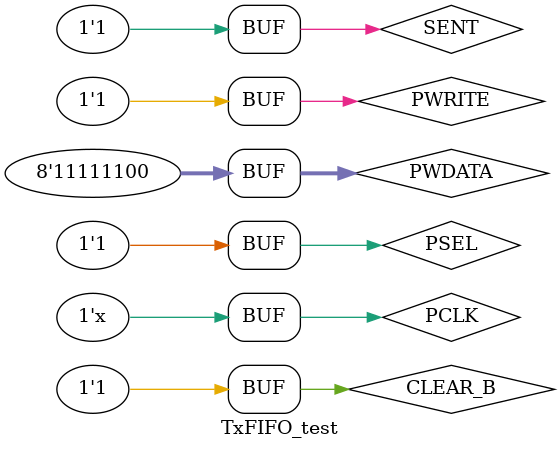
<source format=v>


module TxFIFO_test ();

reg 	PSEL,           //chip selection
		PWRITE,			//write signal		
		CLEAR_B,		//reset, clear all the pointer and data
		PCLK,			//clock from outside world
		SENT;			//the transmit logic is ready to receive data
reg[7:0]    PWDATA;	    //input data[7:0]
wire[7:0] 	TxDATA;	//the data sent to transmit logic
wire SSPTXINTR, SENT_E;		//full or not full
		
TxFIFO TxFIFO_tester (.PSEL(PSEL), .PWRITE(PWRITE), .PWDATA(PWDATA), .CLEAR_B(CLEAR_B), .PCLK(PCLK), .SENT(SENT), .TxDATA(TxDATA), .SSPTXINTR(SSPTXINTR), .SENT_E(SENT_E));

initial 
begin
	//CLOCK
	PCLK = 0;
	//SELECT
	PSEL = 1;
	//SENT
	SENT = 0;
	//WRITE
	PWRITE = 0;
	//CLEAR
	CLEAR_B = 1;
	//DATA
	PWDATA = 8'b01010101;
	
	#10
	CLEAR_B = 0;
	#20
	CLEAR_B = 1;
	#20
	PWRITE = 1;
	#20
	PWDATA = 8'b10101010;
	#40
	PWDATA = 8'b00000010;
	#20
	SENT = 1;
	#20
	PWDATA = 8'b00000011;
	#40
	PWDATA = 8'b11111100;
/*	#50
	SENT = 1; PWRITE = 0;
	#10
	SENT = ~SENT;
	#10
	SENT = ~SENT;
	#10
	SENT = ~SENT;
	#10
	SENT = ~SENT;
	#10
	SENT = ~SENT;
	#10
	SENT = ~SENT;
	#10
	SENT = ~SENT;
	#10
	SENT = ~SENT;
	#10
	SENT = ~SENT;
	#10
	SENT = ~SENT;
	#10
	SENT = ~SENT;
	#10
	SENT = ~SENT;
	#50
	CLEAR_B = 0;
	#20
	CLEAR_B = 1;*/
end

always
begin
	#20 PCLK = ~PCLK; 
end

	
endmodule
</source>
